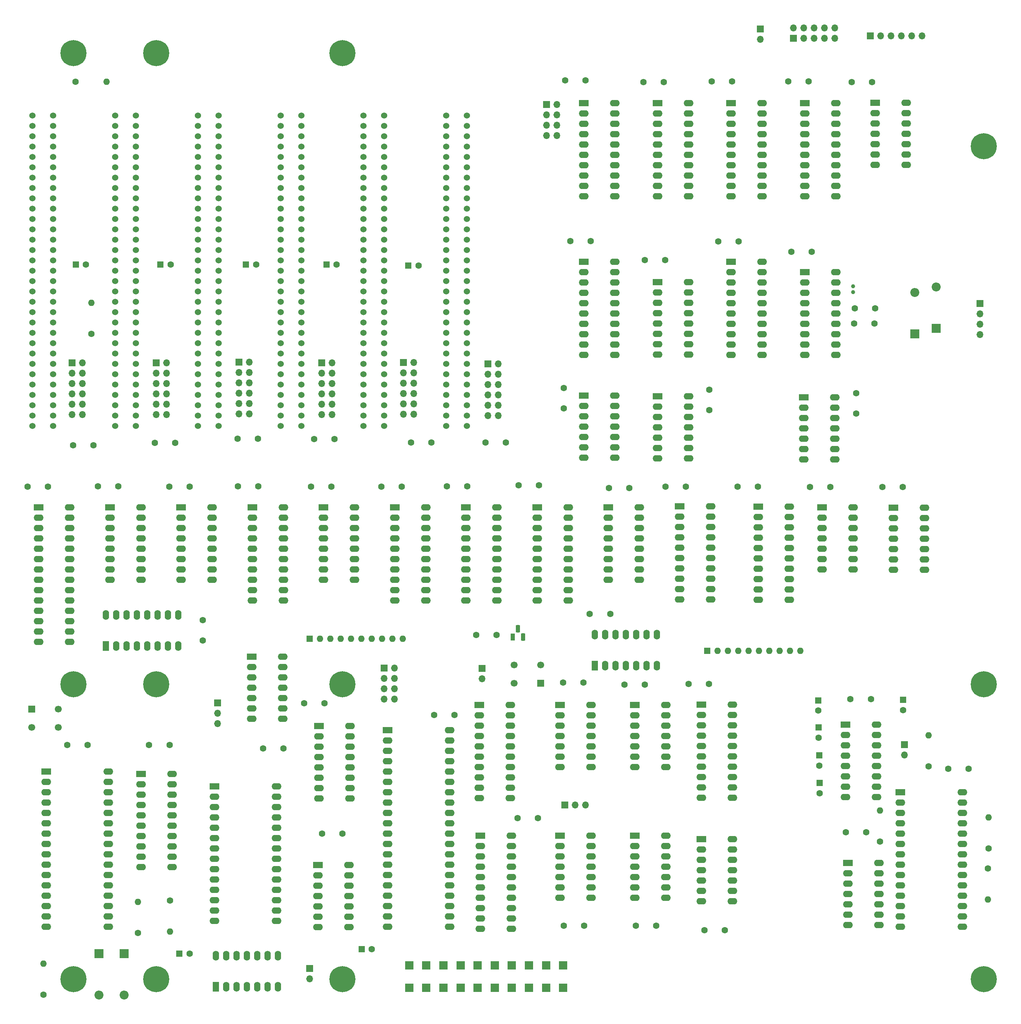
<source format=gbs>
%TF.GenerationSoftware,KiCad,Pcbnew,8.0.6*%
%TF.CreationDate,2025-05-19T16:18:50-05:00*%
%TF.ProjectId,6809PC-6U,36383039-5043-42d3-9655-2e6b69636164,5/17/2025 002*%
%TF.SameCoordinates,Original*%
%TF.FileFunction,Soldermask,Bot*%
%TF.FilePolarity,Negative*%
%FSLAX46Y46*%
G04 Gerber Fmt 4.6, Leading zero omitted, Abs format (unit mm)*
G04 Created by KiCad (PCBNEW 8.0.6) date 2025-05-19 16:18:50*
%MOMM*%
%LPD*%
G01*
G04 APERTURE LIST*
G04 Aperture macros list*
%AMRoundRect*
0 Rectangle with rounded corners*
0 $1 Rounding radius*
0 $2 $3 $4 $5 $6 $7 $8 $9 X,Y pos of 4 corners*
0 Add a 4 corners polygon primitive as box body*
4,1,4,$2,$3,$4,$5,$6,$7,$8,$9,$2,$3,0*
0 Add four circle primitives for the rounded corners*
1,1,$1+$1,$2,$3*
1,1,$1+$1,$4,$5*
1,1,$1+$1,$6,$7*
1,1,$1+$1,$8,$9*
0 Add four rect primitives between the rounded corners*
20,1,$1+$1,$2,$3,$4,$5,0*
20,1,$1+$1,$4,$5,$6,$7,0*
20,1,$1+$1,$6,$7,$8,$9,0*
20,1,$1+$1,$8,$9,$2,$3,0*%
G04 Aperture macros list end*
%ADD10R,1.700000X1.700000*%
%ADD11C,1.700000*%
%ADD12O,1.700000X1.700000*%
%ADD13R,1.600000X1.600000*%
%ADD14O,1.600000X1.600000*%
%ADD15C,1.600000*%
%ADD16R,2.400000X1.600000*%
%ADD17O,2.400000X1.600000*%
%ADD18R,1.600000X2.400000*%
%ADD19O,1.600000X2.400000*%
%ADD20R,2.200000X2.200000*%
%ADD21O,2.200000X2.200000*%
%ADD22C,1.000000*%
%ADD23C,3.600000*%
%ADD24C,6.400000*%
%ADD25R,2.125980X2.125980*%
%ADD26C,1.524000*%
%ADD27R,1.100000X1.800000*%
%ADD28RoundRect,0.275000X-0.275000X-0.625000X0.275000X-0.625000X0.275000X0.625000X-0.275000X0.625000X0*%
G04 APERTURE END LIST*
D10*
%TO.C,SW1*%
X72764200Y-227386200D03*
D11*
X79264200Y-227386200D03*
X72764200Y-231886200D03*
X79264200Y-231886200D03*
%TD*%
D10*
%TO.C,SW2*%
X197668200Y-221042800D03*
D11*
X191168200Y-221042800D03*
X197668200Y-216542800D03*
X191168200Y-216542800D03*
%TD*%
D10*
%TO.C,P16*%
X305577200Y-127806800D03*
D12*
X305577200Y-130346800D03*
X305577200Y-132886800D03*
X305577200Y-135426800D03*
%TD*%
D10*
%TO.C,K2*%
X203606400Y-250952000D03*
D12*
X206146400Y-250952000D03*
X208686400Y-250952000D03*
%TD*%
D10*
%TO.C,K1*%
X118364000Y-225882200D03*
D12*
X118364000Y-228422200D03*
X118364000Y-230962200D03*
%TD*%
D10*
%TO.C,P12*%
X140988600Y-291033600D03*
D12*
X140988600Y-293573600D03*
%TD*%
D10*
%TO.C,JP1*%
X183289800Y-217417400D03*
D12*
X183289800Y-219957400D03*
%TD*%
D10*
%TO.C,JP3*%
X286994600Y-236118400D03*
D12*
X286994600Y-238658400D03*
%TD*%
D13*
%TO.C,RR1*%
X238556800Y-213055200D03*
D14*
X241096800Y-213055200D03*
X243636800Y-213055200D03*
X246176800Y-213055200D03*
X248716800Y-213055200D03*
X251256800Y-213055200D03*
X253796800Y-213055200D03*
X256336800Y-213055200D03*
X258876800Y-213055200D03*
X261416800Y-213055200D03*
%TD*%
D13*
%TO.C,RR2*%
X140970000Y-210108800D03*
D14*
X143510000Y-210108800D03*
X146050000Y-210108800D03*
X148590000Y-210108800D03*
X151130000Y-210108800D03*
X153670000Y-210108800D03*
X156210000Y-210108800D03*
X158750000Y-210108800D03*
X161290000Y-210108800D03*
X163830000Y-210108800D03*
%TD*%
D15*
%TO.C,R6*%
X307695600Y-261645400D03*
D14*
X307695600Y-254025400D03*
%TD*%
D15*
%TO.C,R7*%
X281017400Y-259915000D03*
D14*
X281017400Y-252295000D03*
%TD*%
D15*
%TO.C,R4*%
X292938200Y-241477800D03*
D14*
X292938200Y-233857800D03*
%TD*%
D15*
%TO.C,R1*%
X106654600Y-274396200D03*
D14*
X106654600Y-282016200D03*
%TD*%
D15*
%TO.C,R3*%
X98780600Y-282321000D03*
D14*
X98780600Y-274701000D03*
%TD*%
D15*
%TO.C,R2*%
X75582200Y-297507000D03*
D14*
X75582200Y-289887000D03*
%TD*%
D10*
%TO.C,P18*%
X259715000Y-62687200D03*
D12*
X259715000Y-60147200D03*
X262255000Y-62687200D03*
X262255000Y-60147200D03*
X264795000Y-62687200D03*
X264795000Y-60147200D03*
X267335000Y-62687200D03*
X267335000Y-60147200D03*
X269875000Y-62687200D03*
X269875000Y-60147200D03*
%TD*%
D10*
%TO.C,P15*%
X159220800Y-217312400D03*
D12*
X161760800Y-217312400D03*
X159220800Y-219852400D03*
X161760800Y-219852400D03*
X159220800Y-222392400D03*
X161760800Y-222392400D03*
X159220800Y-224932400D03*
X161760800Y-224932400D03*
%TD*%
D10*
%TO.C,P1*%
X199161400Y-78994000D03*
D12*
X201701400Y-78994000D03*
X199161400Y-81534000D03*
X201701400Y-81534000D03*
X199161400Y-84074000D03*
X201701400Y-84074000D03*
X199161400Y-86614000D03*
X201701400Y-86614000D03*
%TD*%
D16*
%TO.C,U33*%
X160114800Y-232542400D03*
D17*
X160114800Y-235082400D03*
X160114800Y-237622400D03*
X160114800Y-240162400D03*
X160114800Y-242702400D03*
X160114800Y-245242400D03*
X160114800Y-247782400D03*
X160114800Y-250322400D03*
X160114800Y-252862400D03*
X160114800Y-255402400D03*
X160114800Y-257942400D03*
X160114800Y-260482400D03*
X160114800Y-263022400D03*
X160114800Y-265562400D03*
X160114800Y-268102400D03*
X160114800Y-270642400D03*
X160114800Y-273182400D03*
X160114800Y-275722400D03*
X160114800Y-278262400D03*
X160114800Y-280802400D03*
X175354800Y-280802400D03*
X175354800Y-278262400D03*
X175354800Y-275722400D03*
X175354800Y-273182400D03*
X175354800Y-270642400D03*
X175354800Y-268102400D03*
X175354800Y-265562400D03*
X175354800Y-263022400D03*
X175354800Y-260482400D03*
X175354800Y-257942400D03*
X175354800Y-255402400D03*
X175354800Y-252862400D03*
X175354800Y-250322400D03*
X175354800Y-247782400D03*
X175354800Y-245242400D03*
X175354800Y-242702400D03*
X175354800Y-240162400D03*
X175354800Y-237622400D03*
X175354800Y-235082400D03*
X175354800Y-232542400D03*
%TD*%
D16*
%TO.C,U9*%
X117576600Y-246329200D03*
D17*
X117576600Y-248869200D03*
X117576600Y-251409200D03*
X117576600Y-253949200D03*
X117576600Y-256489200D03*
X117576600Y-259029200D03*
X117576600Y-261569200D03*
X117576600Y-264109200D03*
X117576600Y-266649200D03*
X117576600Y-269189200D03*
X117576600Y-271729200D03*
X117576600Y-274269200D03*
X117576600Y-276809200D03*
X117576600Y-279349200D03*
X132816600Y-279349200D03*
X132816600Y-276809200D03*
X132816600Y-274269200D03*
X132816600Y-271729200D03*
X132816600Y-269189200D03*
X132816600Y-266649200D03*
X132816600Y-264109200D03*
X132816600Y-261569200D03*
X132816600Y-259029200D03*
X132816600Y-256489200D03*
X132816600Y-253949200D03*
X132816600Y-251409200D03*
X132816600Y-248869200D03*
X132816600Y-246329200D03*
%TD*%
D16*
%TO.C,U8*%
X76289800Y-242732400D03*
D17*
X76289800Y-245272400D03*
X76289800Y-247812400D03*
X76289800Y-250352400D03*
X76289800Y-252892400D03*
X76289800Y-255432400D03*
X76289800Y-257972400D03*
X76289800Y-260512400D03*
X76289800Y-263052400D03*
X76289800Y-265592400D03*
X76289800Y-268132400D03*
X76289800Y-270672400D03*
X76289800Y-273212400D03*
X76289800Y-275752400D03*
X76289800Y-278292400D03*
X76289800Y-280832400D03*
X91529800Y-280832400D03*
X91529800Y-278292400D03*
X91529800Y-275752400D03*
X91529800Y-273212400D03*
X91529800Y-270672400D03*
X91529800Y-268132400D03*
X91529800Y-265592400D03*
X91529800Y-263052400D03*
X91529800Y-260512400D03*
X91529800Y-257972400D03*
X91529800Y-255432400D03*
X91529800Y-252892400D03*
X91529800Y-250352400D03*
X91529800Y-247812400D03*
X91529800Y-245272400D03*
X91529800Y-242732400D03*
%TD*%
D16*
%TO.C,U48*%
X285971800Y-247782400D03*
D17*
X285971800Y-250322400D03*
X285971800Y-252862400D03*
X285971800Y-255402400D03*
X285971800Y-257942400D03*
X285971800Y-260482400D03*
X285971800Y-263022400D03*
X285971800Y-265562400D03*
X285971800Y-268102400D03*
X285971800Y-270642400D03*
X285971800Y-273182400D03*
X285971800Y-275722400D03*
X285971800Y-278262400D03*
X285971800Y-280802400D03*
X301211800Y-280802400D03*
X301211800Y-278262400D03*
X301211800Y-275722400D03*
X301211800Y-273182400D03*
X301211800Y-270642400D03*
X301211800Y-268102400D03*
X301211800Y-265562400D03*
X301211800Y-263022400D03*
X301211800Y-260482400D03*
X301211800Y-257942400D03*
X301211800Y-255402400D03*
X301211800Y-252862400D03*
X301211800Y-250322400D03*
X301211800Y-247782400D03*
%TD*%
D16*
%TO.C,U40*%
X74447400Y-177850800D03*
D17*
X74447400Y-180390800D03*
X74447400Y-182930800D03*
X74447400Y-185470800D03*
X74447400Y-188010800D03*
X74447400Y-190550800D03*
X74447400Y-193090800D03*
X74447400Y-195630800D03*
X74447400Y-198170800D03*
X74447400Y-200710800D03*
X74447400Y-203250800D03*
X74447400Y-205790800D03*
X74447400Y-208330800D03*
X74447400Y-210870800D03*
X82067400Y-210870800D03*
X82067400Y-208330800D03*
X82067400Y-205790800D03*
X82067400Y-203250800D03*
X82067400Y-200710800D03*
X82067400Y-198170800D03*
X82067400Y-195630800D03*
X82067400Y-193090800D03*
X82067400Y-190550800D03*
X82067400Y-188010800D03*
X82067400Y-185470800D03*
X82067400Y-182930800D03*
X82067400Y-180390800D03*
X82067400Y-177850800D03*
%TD*%
D16*
%TO.C,U38*%
X196840500Y-177850800D03*
D17*
X196840500Y-180390800D03*
X196840500Y-182930800D03*
X196840500Y-185470800D03*
X196840500Y-188010800D03*
X196840500Y-190550800D03*
X196840500Y-193090800D03*
X196840500Y-195630800D03*
X196840500Y-198170800D03*
X196840500Y-200710800D03*
X204460500Y-200710800D03*
X204460500Y-198170800D03*
X204460500Y-195630800D03*
X204460500Y-193090800D03*
X204460500Y-190550800D03*
X204460500Y-188010800D03*
X204460500Y-185470800D03*
X204460500Y-182930800D03*
X204460500Y-180390800D03*
X204460500Y-177850800D03*
%TD*%
D16*
%TO.C,U46*%
X182651400Y-226364800D03*
D17*
X182651400Y-228904800D03*
X182651400Y-231444800D03*
X182651400Y-233984800D03*
X182651400Y-236524800D03*
X182651400Y-239064800D03*
X182651400Y-241604800D03*
X182651400Y-244144800D03*
X182651400Y-246684800D03*
X182651400Y-249224800D03*
X190271400Y-249224800D03*
X190271400Y-246684800D03*
X190271400Y-244144800D03*
X190271400Y-241604800D03*
X190271400Y-239064800D03*
X190271400Y-236524800D03*
X190271400Y-233984800D03*
X190271400Y-231444800D03*
X190271400Y-228904800D03*
X190271400Y-226364800D03*
%TD*%
D16*
%TO.C,U31*%
X251129800Y-177673000D03*
D17*
X251129800Y-180213000D03*
X251129800Y-182753000D03*
X251129800Y-185293000D03*
X251129800Y-187833000D03*
X251129800Y-190373000D03*
X251129800Y-192913000D03*
X251129800Y-195453000D03*
X251129800Y-197993000D03*
X251129800Y-200533000D03*
X258749800Y-200533000D03*
X258749800Y-197993000D03*
X258749800Y-195453000D03*
X258749800Y-192913000D03*
X258749800Y-190373000D03*
X258749800Y-187833000D03*
X258749800Y-185293000D03*
X258749800Y-182753000D03*
X258749800Y-180213000D03*
X258749800Y-177673000D03*
%TD*%
D16*
%TO.C,U39*%
X161871000Y-177850800D03*
D17*
X161871000Y-180390800D03*
X161871000Y-182930800D03*
X161871000Y-185470800D03*
X161871000Y-188010800D03*
X161871000Y-190550800D03*
X161871000Y-193090800D03*
X161871000Y-195630800D03*
X161871000Y-198170800D03*
X161871000Y-200710800D03*
X169491000Y-200710800D03*
X169491000Y-198170800D03*
X169491000Y-195630800D03*
X169491000Y-193090800D03*
X169491000Y-190550800D03*
X169491000Y-188010800D03*
X169491000Y-185470800D03*
X169491000Y-182930800D03*
X169491000Y-180390800D03*
X169491000Y-177850800D03*
%TD*%
D16*
%TO.C,U28*%
X244471300Y-78657800D03*
D17*
X244471300Y-81197800D03*
X244471300Y-83737800D03*
X244471300Y-86277800D03*
X244471300Y-88817800D03*
X244471300Y-91357800D03*
X244471300Y-93897800D03*
X244471300Y-96437800D03*
X244471300Y-98977800D03*
X244471300Y-101517800D03*
X252091300Y-101517800D03*
X252091300Y-98977800D03*
X252091300Y-96437800D03*
X252091300Y-93897800D03*
X252091300Y-91357800D03*
X252091300Y-88817800D03*
X252091300Y-86277800D03*
X252091300Y-83737800D03*
X252091300Y-81197800D03*
X252091300Y-78657800D03*
%TD*%
D16*
%TO.C,U3*%
X262575000Y-78657800D03*
D17*
X262575000Y-81197800D03*
X262575000Y-83737800D03*
X262575000Y-86277800D03*
X262575000Y-88817800D03*
X262575000Y-91357800D03*
X262575000Y-93897800D03*
X262575000Y-96437800D03*
X262575000Y-98977800D03*
X262575000Y-101517800D03*
X270195000Y-101517800D03*
X270195000Y-98977800D03*
X270195000Y-96437800D03*
X270195000Y-93897800D03*
X270195000Y-91357800D03*
X270195000Y-88817800D03*
X270195000Y-86277800D03*
X270195000Y-83737800D03*
X270195000Y-81197800D03*
X270195000Y-78657800D03*
%TD*%
D16*
%TO.C,U36*%
X179355800Y-177850800D03*
D17*
X179355800Y-180390800D03*
X179355800Y-182930800D03*
X179355800Y-185470800D03*
X179355800Y-188010800D03*
X179355800Y-190550800D03*
X179355800Y-193090800D03*
X179355800Y-195630800D03*
X179355800Y-198170800D03*
X179355800Y-200710800D03*
X186975800Y-200710800D03*
X186975800Y-198170800D03*
X186975800Y-195630800D03*
X186975800Y-193090800D03*
X186975800Y-190550800D03*
X186975800Y-188010800D03*
X186975800Y-185470800D03*
X186975800Y-182930800D03*
X186975800Y-180390800D03*
X186975800Y-177850800D03*
%TD*%
D16*
%TO.C,U34*%
X231825800Y-177647600D03*
D17*
X231825800Y-180187600D03*
X231825800Y-182727600D03*
X231825800Y-185267600D03*
X231825800Y-187807600D03*
X231825800Y-190347600D03*
X231825800Y-192887600D03*
X231825800Y-195427600D03*
X231825800Y-197967600D03*
X231825800Y-200507600D03*
X239445800Y-200507600D03*
X239445800Y-197967600D03*
X239445800Y-195427600D03*
X239445800Y-192887600D03*
X239445800Y-190347600D03*
X239445800Y-187807600D03*
X239445800Y-185267600D03*
X239445800Y-182727600D03*
X239445800Y-180187600D03*
X239445800Y-177647600D03*
%TD*%
D16*
%TO.C,U41*%
X126901600Y-177850800D03*
D17*
X126901600Y-180390800D03*
X126901600Y-182930800D03*
X126901600Y-185470800D03*
X126901600Y-188010800D03*
X126901600Y-190550800D03*
X126901600Y-193090800D03*
X126901600Y-195630800D03*
X126901600Y-198170800D03*
X126901600Y-200710800D03*
X134521600Y-200710800D03*
X134521600Y-198170800D03*
X134521600Y-195630800D03*
X134521600Y-193090800D03*
X134521600Y-190550800D03*
X134521600Y-188010800D03*
X134521600Y-185470800D03*
X134521600Y-182930800D03*
X134521600Y-180390800D03*
X134521600Y-177850800D03*
%TD*%
D16*
%TO.C,U30*%
X143256000Y-231521000D03*
D17*
X143256000Y-234061000D03*
X143256000Y-236601000D03*
X143256000Y-239141000D03*
X143256000Y-241681000D03*
X143256000Y-244221000D03*
X143256000Y-246761000D03*
X143256000Y-249301000D03*
X150876000Y-249301000D03*
X150876000Y-246761000D03*
X150876000Y-244221000D03*
X150876000Y-241681000D03*
X150876000Y-239141000D03*
X150876000Y-236601000D03*
X150876000Y-234061000D03*
X150876000Y-231521000D03*
%TD*%
D16*
%TO.C,U49*%
X272509800Y-231196200D03*
D17*
X272509800Y-233736200D03*
X272509800Y-236276200D03*
X272509800Y-238816200D03*
X272509800Y-241356200D03*
X272509800Y-243896200D03*
X272509800Y-246436200D03*
X272509800Y-248976200D03*
X280129800Y-248976200D03*
X280129800Y-246436200D03*
X280129800Y-243896200D03*
X280129800Y-241356200D03*
X280129800Y-238816200D03*
X280129800Y-236276200D03*
X280129800Y-233736200D03*
X280129800Y-231196200D03*
%TD*%
D16*
%TO.C,U42*%
X214325200Y-177850800D03*
D17*
X214325200Y-180390800D03*
X214325200Y-182930800D03*
X214325200Y-185470800D03*
X214325200Y-188010800D03*
X214325200Y-190550800D03*
X214325200Y-193090800D03*
X214325200Y-195630800D03*
X221945200Y-195630800D03*
X221945200Y-193090800D03*
X221945200Y-190550800D03*
X221945200Y-188010800D03*
X221945200Y-185470800D03*
X221945200Y-182930800D03*
X221945200Y-180390800D03*
X221945200Y-177850800D03*
%TD*%
D16*
%TO.C,P17*%
X273138800Y-265146200D03*
D17*
X273138800Y-267686200D03*
X273138800Y-270226200D03*
X273138800Y-272766200D03*
X273138800Y-275306200D03*
X273138800Y-277846200D03*
X273138800Y-280386200D03*
X280758800Y-280386200D03*
X280758800Y-277846200D03*
X280758800Y-275306200D03*
X280758800Y-272766200D03*
X280758800Y-270226200D03*
X280758800Y-267686200D03*
X280758800Y-265146200D03*
%TD*%
D18*
%TO.C,U19*%
X117950800Y-295534400D03*
D19*
X120490800Y-295534400D03*
X123030800Y-295534400D03*
X125570800Y-295534400D03*
X128110800Y-295534400D03*
X130650800Y-295534400D03*
X133190800Y-295534400D03*
X133190800Y-287914400D03*
X130650800Y-287914400D03*
X128110800Y-287914400D03*
X125570800Y-287914400D03*
X123030800Y-287914400D03*
X120490800Y-287914400D03*
X117950800Y-287914400D03*
%TD*%
D16*
%TO.C,P14*%
X142969800Y-265689400D03*
D17*
X142969800Y-268229400D03*
X142969800Y-270769400D03*
X142969800Y-273309400D03*
X142969800Y-275849400D03*
X142969800Y-278389400D03*
X142969800Y-280929400D03*
X150589800Y-280929400D03*
X150589800Y-278389400D03*
X150589800Y-275849400D03*
X150589800Y-273309400D03*
X150589800Y-270769400D03*
X150589800Y-268229400D03*
X150589800Y-265689400D03*
%TD*%
D18*
%TO.C,U7*%
X210972400Y-216763600D03*
D19*
X213512400Y-216763600D03*
X216052400Y-216763600D03*
X218592400Y-216763600D03*
X221132400Y-216763600D03*
X223672400Y-216763600D03*
X226212400Y-216763600D03*
X226212400Y-209143600D03*
X223672400Y-209143600D03*
X221132400Y-209143600D03*
X218592400Y-209143600D03*
X216052400Y-209143600D03*
X213512400Y-209143600D03*
X210972400Y-209143600D03*
%TD*%
D20*
%TO.C,D2*%
X89197800Y-287453400D03*
D21*
X89197800Y-297613400D03*
%TD*%
D20*
%TO.C,D1*%
X95395400Y-287453400D03*
D21*
X95395400Y-297613400D03*
%TD*%
D15*
%TO.C,C29*%
X123259400Y-160990600D03*
X128259400Y-160990600D03*
%TD*%
%TO.C,C46*%
X102934600Y-162030600D03*
X107934600Y-162030600D03*
%TD*%
%TO.C,C44*%
X123342400Y-172694600D03*
X128342400Y-172694600D03*
%TD*%
%TO.C,C42*%
X237925600Y-281686000D03*
X242925600Y-281686000D03*
%TD*%
%TO.C,C39*%
X241303800Y-112598200D03*
X246303800Y-112598200D03*
%TD*%
%TO.C,C36*%
X272636800Y-257612200D03*
X277636800Y-257612200D03*
%TD*%
%TO.C,C25*%
X246053600Y-172770800D03*
X251053600Y-172770800D03*
%TD*%
%TO.C,C48*%
X82868600Y-162589400D03*
X87868600Y-162589400D03*
%TD*%
%TO.C,C50*%
X192281800Y-172466000D03*
X197281800Y-172466000D03*
%TD*%
%TO.C,C52*%
X203229200Y-220853000D03*
X208229200Y-220853000D03*
%TD*%
%TO.C,C54*%
X106506000Y-172796200D03*
X111506000Y-172796200D03*
%TD*%
%TO.C,C62*%
X141274800Y-172796200D03*
X146274800Y-172796200D03*
%TD*%
%TO.C,C58*%
X144031800Y-257966400D03*
X149031800Y-257966400D03*
%TD*%
%TO.C,C24*%
X259236200Y-115112800D03*
X264236200Y-115112800D03*
%TD*%
%TO.C,C23*%
X209757000Y-204063600D03*
X214757000Y-204063600D03*
%TD*%
%TO.C,C27*%
X297768000Y-242087400D03*
X302768000Y-242087400D03*
%TD*%
%TO.C,C19*%
X158550600Y-172796200D03*
X163550600Y-172796200D03*
%TD*%
%TO.C,C31*%
X101553000Y-236194600D03*
X106553000Y-236194600D03*
%TD*%
%TO.C,C38*%
X89005400Y-172745400D03*
X94005400Y-172745400D03*
%TD*%
%TO.C,C15*%
X192002400Y-254127000D03*
X197002400Y-254127000D03*
%TD*%
%TO.C,C11*%
X218266000Y-221361000D03*
X223266000Y-221361000D03*
%TD*%
%TO.C,C7*%
X275183600Y-149863800D03*
X275183600Y-154863800D03*
%TD*%
%TO.C,C20*%
X258474200Y-73304400D03*
X263474200Y-73304400D03*
%TD*%
%TO.C,C16*%
X228349800Y-172821600D03*
X233349800Y-172821600D03*
%TD*%
%TO.C,C12*%
X214430600Y-173126400D03*
X219430600Y-173126400D03*
%TD*%
%TO.C,C8*%
X205007200Y-112547400D03*
X210007200Y-112547400D03*
%TD*%
%TO.C,C5*%
X174628800Y-172694600D03*
X179628800Y-172694600D03*
%TD*%
%TO.C,C9*%
X221081600Y-280593800D03*
X226081600Y-280593800D03*
%TD*%
%TO.C,C13*%
X114757200Y-210591400D03*
X114757200Y-205591400D03*
%TD*%
%TO.C,C21*%
X165825000Y-161929000D03*
X170825000Y-161929000D03*
%TD*%
D13*
%TO.C,C61*%
X265970400Y-231920600D03*
D15*
X265970400Y-234420600D03*
%TD*%
D13*
%TO.C,C65*%
X266217400Y-245530500D03*
D15*
X266217400Y-248030500D03*
%TD*%
D13*
%TO.C,C35*%
X109006000Y-287426400D03*
D15*
X111506000Y-287426400D03*
%TD*%
D13*
%TO.C,C2*%
X83523000Y-118267800D03*
D15*
X86023000Y-118267800D03*
%TD*%
D13*
%TO.C,C3*%
X125310000Y-118267800D03*
D15*
X127810000Y-118267800D03*
%TD*%
D13*
%TO.C,C28*%
X153739400Y-286365000D03*
D15*
X156239400Y-286365000D03*
%TD*%
D13*
%TO.C,C63*%
X266065000Y-238760000D03*
D15*
X266065000Y-241260000D03*
%TD*%
D13*
%TO.C,C4*%
X104329600Y-118267800D03*
D15*
X106829600Y-118267800D03*
%TD*%
D13*
%TO.C,C1*%
X145103400Y-118267800D03*
D15*
X147603400Y-118267800D03*
%TD*%
D13*
%TO.C,C64*%
X265887200Y-225247200D03*
D15*
X265887200Y-227747200D03*
%TD*%
D13*
%TO.C,C66*%
X286715200Y-225145600D03*
D15*
X286715200Y-227645600D03*
%TD*%
D22*
%TO.C,X1*%
X274411400Y-125063600D03*
X274411400Y-123563600D03*
%TD*%
D23*
%TO.C,P6*%
X149040400Y-66372400D03*
D24*
X149040400Y-66372400D03*
%TD*%
D23*
%TO.C,P5*%
X83000400Y-293702400D03*
D24*
X83000400Y-293702400D03*
%TD*%
D23*
%TO.C,P3*%
X103320400Y-293702400D03*
D24*
X103320400Y-293702400D03*
%TD*%
D23*
%TO.C,P2*%
X103320400Y-66372400D03*
D24*
X103320400Y-66372400D03*
%TD*%
D23*
%TO.C,P7*%
X83000400Y-66372400D03*
D24*
X83000400Y-66372400D03*
%TD*%
D25*
%TO.C,P11*%
X203221100Y-295829020D03*
X203221100Y-290327380D03*
X199019940Y-295829020D03*
X199019940Y-290327380D03*
X194821320Y-295829020D03*
X194821320Y-290327380D03*
X190620160Y-295829020D03*
X190620160Y-290327380D03*
X186421540Y-295829020D03*
X186421540Y-290327380D03*
X182220380Y-295829020D03*
X182220380Y-290327380D03*
X178021760Y-295829020D03*
X178021760Y-290327380D03*
X173820600Y-295829020D03*
X173820600Y-290327380D03*
X169621980Y-295829020D03*
X169621980Y-290327380D03*
X165420820Y-295829020D03*
X165420820Y-290327380D03*
%TD*%
D15*
%TO.C,C37*%
X239652800Y-73304400D03*
X244652800Y-73304400D03*
%TD*%
%TO.C,C6*%
X281588200Y-172872400D03*
X286588200Y-172872400D03*
%TD*%
%TO.C,C10*%
X203686400Y-73050400D03*
X208686400Y-73050400D03*
%TD*%
%TO.C,C14*%
X203352400Y-280593800D03*
X208352400Y-280593800D03*
%TD*%
%TO.C,C18*%
X223244400Y-117195600D03*
X228244400Y-117195600D03*
%TD*%
%TO.C,C22*%
X71708000Y-172770800D03*
X76708000Y-172770800D03*
%TD*%
%TO.C,C26*%
X274035800Y-73455400D03*
X279035800Y-73455400D03*
%TD*%
%TO.C,C30*%
X263808200Y-172847000D03*
X268808200Y-172847000D03*
%TD*%
%TO.C,C33*%
X81454800Y-236225400D03*
X86454800Y-236225400D03*
%TD*%
%TO.C,C40*%
X222888800Y-73507600D03*
X227888800Y-73507600D03*
%TD*%
%TO.C,C43*%
X142050600Y-161116200D03*
X147050600Y-161116200D03*
%TD*%
%TO.C,C45*%
X139620800Y-225938400D03*
X144620800Y-225938400D03*
%TD*%
%TO.C,C47*%
X171555400Y-228854000D03*
X176555400Y-228854000D03*
%TD*%
%TO.C,C49*%
X233988600Y-221234000D03*
X238988600Y-221234000D03*
%TD*%
%TO.C,C51*%
X239090200Y-148974800D03*
X239090200Y-153974800D03*
%TD*%
%TO.C,C53*%
X203352400Y-148539200D03*
X203352400Y-153539200D03*
%TD*%
D16*
%TO.C,U45*%
X99568000Y-243332000D03*
D17*
X99568000Y-245872000D03*
X99568000Y-248412000D03*
X99568000Y-250952000D03*
X99568000Y-253492000D03*
X99568000Y-256032000D03*
X99568000Y-258572000D03*
X99568000Y-261112000D03*
X99568000Y-263652000D03*
X99568000Y-266192000D03*
X107188000Y-266192000D03*
X107188000Y-263652000D03*
X107188000Y-261112000D03*
X107188000Y-258572000D03*
X107188000Y-256032000D03*
X107188000Y-253492000D03*
X107188000Y-250952000D03*
X107188000Y-248412000D03*
X107188000Y-245872000D03*
X107188000Y-243332000D03*
%TD*%
D16*
%TO.C,U26*%
X208263800Y-117560600D03*
D17*
X208263800Y-120100600D03*
X208263800Y-122640600D03*
X208263800Y-125180600D03*
X208263800Y-127720600D03*
X208263800Y-130260600D03*
X208263800Y-132800600D03*
X208263800Y-135340600D03*
X208263800Y-137880600D03*
X208263800Y-140420600D03*
X215883800Y-140420600D03*
X215883800Y-137880600D03*
X215883800Y-135340600D03*
X215883800Y-132800600D03*
X215883800Y-130260600D03*
X215883800Y-127720600D03*
X215883800Y-125180600D03*
X215883800Y-122640600D03*
X215883800Y-120100600D03*
X215883800Y-117560600D03*
%TD*%
D16*
%TO.C,U2*%
X226367500Y-78657800D03*
D17*
X226367500Y-81197800D03*
X226367500Y-83737800D03*
X226367500Y-86277800D03*
X226367500Y-88817800D03*
X226367500Y-91357800D03*
X226367500Y-93897800D03*
X226367500Y-96437800D03*
X226367500Y-98977800D03*
X226367500Y-101517800D03*
X233987500Y-101517800D03*
X233987500Y-98977800D03*
X233987500Y-96437800D03*
X233987500Y-93897800D03*
X233987500Y-91357800D03*
X233987500Y-88817800D03*
X233987500Y-86277800D03*
X233987500Y-83737800D03*
X233987500Y-81197800D03*
X233987500Y-78657800D03*
%TD*%
D16*
%TO.C,U25*%
X208263800Y-78657800D03*
D17*
X208263800Y-81197800D03*
X208263800Y-83737800D03*
X208263800Y-86277800D03*
X208263800Y-88817800D03*
X208263800Y-91357800D03*
X208263800Y-93897800D03*
X208263800Y-96437800D03*
X208263800Y-98977800D03*
X208263800Y-101517800D03*
X215883800Y-101517800D03*
X215883800Y-98977800D03*
X215883800Y-96437800D03*
X215883800Y-93897800D03*
X215883800Y-91357800D03*
X215883800Y-88817800D03*
X215883800Y-86277800D03*
X215883800Y-83737800D03*
X215883800Y-81197800D03*
X215883800Y-78657800D03*
%TD*%
D16*
%TO.C,U27*%
X244471300Y-117560600D03*
D17*
X244471300Y-120100600D03*
X244471300Y-122640600D03*
X244471300Y-125180600D03*
X244471300Y-127720600D03*
X244471300Y-130260600D03*
X244471300Y-132800600D03*
X244471300Y-135340600D03*
X244471300Y-137880600D03*
X244471300Y-140420600D03*
X252091300Y-140420600D03*
X252091300Y-137880600D03*
X252091300Y-135340600D03*
X252091300Y-132800600D03*
X252091300Y-130260600D03*
X252091300Y-127720600D03*
X252091300Y-125180600D03*
X252091300Y-122640600D03*
X252091300Y-120100600D03*
X252091300Y-117560600D03*
%TD*%
D16*
%TO.C,U4*%
X220802200Y-258470400D03*
D17*
X220802200Y-261010400D03*
X220802200Y-263550400D03*
X220802200Y-266090400D03*
X220802200Y-268630400D03*
X220802200Y-271170400D03*
X220802200Y-273710400D03*
X228422200Y-273710400D03*
X228422200Y-271170400D03*
X228422200Y-268630400D03*
X228422200Y-266090400D03*
X228422200Y-263550400D03*
X228422200Y-261010400D03*
X228422200Y-258470400D03*
%TD*%
D16*
%TO.C,U6*%
X284302200Y-177977800D03*
D17*
X284302200Y-180517800D03*
X284302200Y-183057800D03*
X284302200Y-185597800D03*
X284302200Y-188137800D03*
X284302200Y-190677800D03*
X284302200Y-193217800D03*
X291922200Y-193217800D03*
X291922200Y-190677800D03*
X291922200Y-188137800D03*
X291922200Y-185597800D03*
X291922200Y-183057800D03*
X291922200Y-180517800D03*
X291922200Y-177977800D03*
%TD*%
D16*
%TO.C,U5*%
X202463400Y-226364800D03*
D17*
X202463400Y-228904800D03*
X202463400Y-231444800D03*
X202463400Y-233984800D03*
X202463400Y-236524800D03*
X202463400Y-239064800D03*
X202463400Y-241604800D03*
X210083400Y-241604800D03*
X210083400Y-239064800D03*
X210083400Y-236524800D03*
X210083400Y-233984800D03*
X210083400Y-231444800D03*
X210083400Y-228904800D03*
X210083400Y-226364800D03*
%TD*%
D16*
%TO.C,U44*%
X109416900Y-177850800D03*
D17*
X109416900Y-180390800D03*
X109416900Y-182930800D03*
X109416900Y-185470800D03*
X109416900Y-188010800D03*
X109416900Y-190550800D03*
X109416900Y-193090800D03*
X109416900Y-195630800D03*
X117036900Y-195630800D03*
X117036900Y-193090800D03*
X117036900Y-190550800D03*
X117036900Y-188010800D03*
X117036900Y-185470800D03*
X117036900Y-182930800D03*
X117036900Y-180390800D03*
X117036900Y-177850800D03*
%TD*%
D18*
%TO.C,U37*%
X90957400Y-211912200D03*
D19*
X93497400Y-211912200D03*
X96037400Y-211912200D03*
X98577400Y-211912200D03*
X101117400Y-211912200D03*
X103657400Y-211912200D03*
X106197400Y-211912200D03*
X108737400Y-211912200D03*
X108737400Y-204292200D03*
X106197400Y-204292200D03*
X103657400Y-204292200D03*
X101117400Y-204292200D03*
X98577400Y-204292200D03*
X96037400Y-204292200D03*
X93497400Y-204292200D03*
X90957400Y-204292200D03*
%TD*%
D16*
%TO.C,U43*%
X91932100Y-177850800D03*
D17*
X91932100Y-180390800D03*
X91932100Y-182930800D03*
X91932100Y-185470800D03*
X91932100Y-188010800D03*
X91932100Y-190550800D03*
X91932100Y-193090800D03*
X91932100Y-195630800D03*
X99552100Y-195630800D03*
X99552100Y-193090800D03*
X99552100Y-190550800D03*
X99552100Y-188010800D03*
X99552100Y-185470800D03*
X99552100Y-182930800D03*
X99552100Y-180390800D03*
X99552100Y-177850800D03*
%TD*%
D16*
%TO.C,U35*%
X144386300Y-177850800D03*
D17*
X144386300Y-180390800D03*
X144386300Y-182930800D03*
X144386300Y-185470800D03*
X144386300Y-188010800D03*
X144386300Y-190550800D03*
X144386300Y-193090800D03*
X144386300Y-195630800D03*
X152006300Y-195630800D03*
X152006300Y-193090800D03*
X152006300Y-190550800D03*
X152006300Y-188010800D03*
X152006300Y-185470800D03*
X152006300Y-182930800D03*
X152006300Y-180390800D03*
X152006300Y-177850800D03*
%TD*%
D15*
%TO.C,R5*%
X307493800Y-266556200D03*
D14*
X307493800Y-274176200D03*
%TD*%
D15*
%TO.C,C41*%
X273765000Y-224917000D03*
X278765000Y-224917000D03*
%TD*%
%TO.C,C32*%
X184175400Y-161950400D03*
X189175400Y-161950400D03*
%TD*%
D23*
%TO.C,P21*%
X306520400Y-89232400D03*
D24*
X306520400Y-89232400D03*
%TD*%
D16*
%TO.C,U47*%
X262575000Y-120110600D03*
D17*
X262575000Y-122650600D03*
X262575000Y-125190600D03*
X262575000Y-127730600D03*
X262575000Y-130270600D03*
X262575000Y-132810600D03*
X262575000Y-135350600D03*
X262575000Y-137890600D03*
X262575000Y-140430600D03*
X270195000Y-140430600D03*
X270195000Y-137890600D03*
X270195000Y-135350600D03*
X270195000Y-132810600D03*
X270195000Y-130270600D03*
X270195000Y-127730600D03*
X270195000Y-125190600D03*
X270195000Y-122650600D03*
X270195000Y-120110600D03*
%TD*%
D16*
%TO.C,U32*%
X182905400Y-258470400D03*
D17*
X182905400Y-261010400D03*
X182905400Y-263550400D03*
X182905400Y-266090400D03*
X182905400Y-268630400D03*
X182905400Y-271170400D03*
X182905400Y-273710400D03*
X182905400Y-276250400D03*
X182905400Y-278790400D03*
X182905400Y-281330400D03*
X190525400Y-281330400D03*
X190525400Y-278790400D03*
X190525400Y-276250400D03*
X190525400Y-273710400D03*
X190525400Y-271170400D03*
X190525400Y-268630400D03*
X190525400Y-266090400D03*
X190525400Y-263550400D03*
X190525400Y-261010400D03*
X190525400Y-258470400D03*
%TD*%
D26*
%TO.C,J14*%
X174465800Y-81666400D03*
X174465800Y-84206400D03*
X174465800Y-86746400D03*
X174465800Y-89286400D03*
X174465800Y-91826400D03*
X174465800Y-94366400D03*
X174465800Y-96906400D03*
X174465800Y-99446400D03*
X174465800Y-101986400D03*
X174465800Y-104526400D03*
X174465800Y-107066400D03*
X174465800Y-109606400D03*
X174465800Y-112146400D03*
X174465800Y-114686400D03*
X174465800Y-117226400D03*
X174465800Y-119766400D03*
X174465800Y-122306400D03*
X174465800Y-124846400D03*
X174465800Y-127386400D03*
X174465800Y-129926400D03*
X174465800Y-132466400D03*
X174465800Y-135006400D03*
X174465800Y-137546400D03*
X174465800Y-140086400D03*
X174465800Y-142626400D03*
X174465800Y-145166400D03*
X174465800Y-147706400D03*
X174465800Y-150246400D03*
X174465800Y-152786400D03*
X174465800Y-155326400D03*
X174465800Y-157866400D03*
X179545800Y-81666400D03*
X179545800Y-84206400D03*
X179545800Y-86746400D03*
X179545800Y-89286400D03*
X179545800Y-91826400D03*
X179545800Y-94366400D03*
X179545800Y-96906400D03*
X179545800Y-99446400D03*
X179545800Y-101986400D03*
X179545800Y-104526400D03*
X179545800Y-107066400D03*
X179545800Y-109606400D03*
X179545800Y-112146400D03*
X179545800Y-114686400D03*
X179545800Y-117226400D03*
X179545800Y-119766400D03*
X179545800Y-122306400D03*
X179545800Y-124846400D03*
X179545800Y-127386400D03*
X179545800Y-129926400D03*
X179545800Y-132466400D03*
X179545800Y-135006400D03*
X179545800Y-137546400D03*
X179545800Y-140086400D03*
X179545800Y-142626400D03*
X179545800Y-145166400D03*
X179545800Y-147706400D03*
X179545800Y-150246400D03*
X179545800Y-152786400D03*
X179545800Y-155326400D03*
X179545800Y-157866400D03*
%TD*%
D10*
%TO.C,J2*%
X103308800Y-142372400D03*
D12*
X105848800Y-142372400D03*
X103308800Y-144912400D03*
X105848800Y-144912400D03*
X103308800Y-147452400D03*
X105848800Y-147452400D03*
X103308800Y-149992400D03*
X105848800Y-149992400D03*
X103308800Y-152532400D03*
X105848800Y-152532400D03*
X103308800Y-155072400D03*
X105848800Y-155072400D03*
%TD*%
D26*
%TO.C,J10*%
X154145800Y-81666400D03*
X154145800Y-84206400D03*
X154145800Y-86746400D03*
X154145800Y-89286400D03*
X154145800Y-91826400D03*
X154145800Y-94366400D03*
X154145800Y-96906400D03*
X154145800Y-99446400D03*
X154145800Y-101986400D03*
X154145800Y-104526400D03*
X154145800Y-107066400D03*
X154145800Y-109606400D03*
X154145800Y-112146400D03*
X154145800Y-114686400D03*
X154145800Y-117226400D03*
X154145800Y-119766400D03*
X154145800Y-122306400D03*
X154145800Y-124846400D03*
X154145800Y-127386400D03*
X154145800Y-129926400D03*
X154145800Y-132466400D03*
X154145800Y-135006400D03*
X154145800Y-137546400D03*
X154145800Y-140086400D03*
X154145800Y-142626400D03*
X154145800Y-145166400D03*
X154145800Y-147706400D03*
X154145800Y-150246400D03*
X154145800Y-152786400D03*
X154145800Y-155326400D03*
X154145800Y-157866400D03*
X159225800Y-81666400D03*
X159225800Y-84206400D03*
X159225800Y-86746400D03*
X159225800Y-89286400D03*
X159225800Y-91826400D03*
X159225800Y-94366400D03*
X159225800Y-96906400D03*
X159225800Y-99446400D03*
X159225800Y-101986400D03*
X159225800Y-104526400D03*
X159225800Y-107066400D03*
X159225800Y-109606400D03*
X159225800Y-112146400D03*
X159225800Y-114686400D03*
X159225800Y-117226400D03*
X159225800Y-119766400D03*
X159225800Y-122306400D03*
X159225800Y-124846400D03*
X159225800Y-127386400D03*
X159225800Y-129926400D03*
X159225800Y-132466400D03*
X159225800Y-135006400D03*
X159225800Y-137546400D03*
X159225800Y-140086400D03*
X159225800Y-142626400D03*
X159225800Y-145166400D03*
X159225800Y-147706400D03*
X159225800Y-150246400D03*
X159225800Y-152786400D03*
X159225800Y-155326400D03*
X159225800Y-157866400D03*
%TD*%
D16*
%TO.C,P13*%
X208263800Y-150453800D03*
D17*
X208263800Y-152993800D03*
X208263800Y-155533800D03*
X208263800Y-158073800D03*
X208263800Y-160613800D03*
X208263800Y-163153800D03*
X208263800Y-165693800D03*
X215883800Y-165693800D03*
X215883800Y-163153800D03*
X215883800Y-160613800D03*
X215883800Y-158073800D03*
X215883800Y-155533800D03*
X215883800Y-152993800D03*
X215883800Y-150453800D03*
%TD*%
D23*
%TO.C,P23*%
X103320400Y-221312400D03*
D24*
X103320400Y-221312400D03*
%TD*%
D10*
%TO.C,J9*%
X164001000Y-142347000D03*
D12*
X166541000Y-142347000D03*
X164001000Y-144887000D03*
X166541000Y-144887000D03*
X164001000Y-147427000D03*
X166541000Y-147427000D03*
X164001000Y-149967000D03*
X166541000Y-149967000D03*
X164001000Y-152507000D03*
X166541000Y-152507000D03*
X164001000Y-155047000D03*
X166541000Y-155047000D03*
%TD*%
D20*
%TO.C,D3*%
X294792600Y-133887200D03*
D21*
X294792600Y-123727200D03*
%TD*%
D10*
%TO.C,J12*%
X251637800Y-60452000D03*
D12*
X251637800Y-62992000D03*
%TD*%
D15*
%TO.C,C60*%
X274669200Y-132709000D03*
X279669200Y-132709000D03*
%TD*%
D23*
%TO.C,P10*%
X306520400Y-293702400D03*
D24*
X306520400Y-293702400D03*
%TD*%
D13*
%TO.C,C17*%
X165216200Y-118541800D03*
D15*
X167716200Y-118541800D03*
%TD*%
D26*
%TO.C,J8*%
X133825800Y-81666400D03*
X133825800Y-84206400D03*
X133825800Y-86746400D03*
X133825800Y-89286400D03*
X133825800Y-91826400D03*
X133825800Y-94366400D03*
X133825800Y-96906400D03*
X133825800Y-99446400D03*
X133825800Y-101986400D03*
X133825800Y-104526400D03*
X133825800Y-107066400D03*
X133825800Y-109606400D03*
X133825800Y-112146400D03*
X133825800Y-114686400D03*
X133825800Y-117226400D03*
X133825800Y-119766400D03*
X133825800Y-122306400D03*
X133825800Y-124846400D03*
X133825800Y-127386400D03*
X133825800Y-129926400D03*
X133825800Y-132466400D03*
X133825800Y-135006400D03*
X133825800Y-137546400D03*
X133825800Y-140086400D03*
X133825800Y-142626400D03*
X133825800Y-145166400D03*
X133825800Y-147706400D03*
X133825800Y-150246400D03*
X133825800Y-152786400D03*
X133825800Y-155326400D03*
X133825800Y-157866400D03*
X138905800Y-81666400D03*
X138905800Y-84206400D03*
X138905800Y-86746400D03*
X138905800Y-89286400D03*
X138905800Y-91826400D03*
X138905800Y-94366400D03*
X138905800Y-96906400D03*
X138905800Y-99446400D03*
X138905800Y-101986400D03*
X138905800Y-104526400D03*
X138905800Y-107066400D03*
X138905800Y-109606400D03*
X138905800Y-112146400D03*
X138905800Y-114686400D03*
X138905800Y-117226400D03*
X138905800Y-119766400D03*
X138905800Y-122306400D03*
X138905800Y-124846400D03*
X138905800Y-127386400D03*
X138905800Y-129926400D03*
X138905800Y-132466400D03*
X138905800Y-135006400D03*
X138905800Y-137546400D03*
X138905800Y-140086400D03*
X138905800Y-142626400D03*
X138905800Y-145166400D03*
X138905800Y-147706400D03*
X138905800Y-150246400D03*
X138905800Y-152786400D03*
X138905800Y-155326400D03*
X138905800Y-157866400D03*
%TD*%
D23*
%TO.C,P9*%
X306520400Y-221312400D03*
D24*
X306520400Y-221312400D03*
%TD*%
D23*
%TO.C,P4*%
X149040400Y-293702400D03*
D24*
X149040400Y-293702400D03*
%TD*%
D16*
%TO.C,U10*%
X262305800Y-150825200D03*
D17*
X262305800Y-153365200D03*
X262305800Y-155905200D03*
X262305800Y-158445200D03*
X262305800Y-160985200D03*
X262305800Y-163525200D03*
X262305800Y-166065200D03*
X269925800Y-166065200D03*
X269925800Y-163525200D03*
X269925800Y-160985200D03*
X269925800Y-158445200D03*
X269925800Y-155905200D03*
X269925800Y-153365200D03*
X269925800Y-150825200D03*
%TD*%
D16*
%TO.C,U24*%
X226367500Y-122610600D03*
D17*
X226367500Y-125150600D03*
X226367500Y-127690600D03*
X226367500Y-130230600D03*
X226367500Y-132770600D03*
X226367500Y-135310600D03*
X226367500Y-137850600D03*
X226367500Y-140390600D03*
X233987500Y-140390600D03*
X233987500Y-137850600D03*
X233987500Y-135310600D03*
X233987500Y-132770600D03*
X233987500Y-130230600D03*
X233987500Y-127690600D03*
X233987500Y-125150600D03*
X233987500Y-122610600D03*
%TD*%
D26*
%TO.C,J4*%
X93185800Y-81666400D03*
X93185800Y-84206400D03*
X93185800Y-86746400D03*
X93185800Y-89286400D03*
X93185800Y-91826400D03*
X93185800Y-94366400D03*
X93185800Y-96906400D03*
X93185800Y-99446400D03*
X93185800Y-101986400D03*
X93185800Y-104526400D03*
X93185800Y-107066400D03*
X93185800Y-109606400D03*
X93185800Y-112146400D03*
X93185800Y-114686400D03*
X93185800Y-117226400D03*
X93185800Y-119766400D03*
X93185800Y-122306400D03*
X93185800Y-124846400D03*
X93185800Y-127386400D03*
X93185800Y-129926400D03*
X93185800Y-132466400D03*
X93185800Y-135006400D03*
X93185800Y-137546400D03*
X93185800Y-140086400D03*
X93185800Y-142626400D03*
X93185800Y-145166400D03*
X93185800Y-147706400D03*
X93185800Y-150246400D03*
X93185800Y-152786400D03*
X93185800Y-155326400D03*
X93185800Y-157866400D03*
X98265800Y-81666400D03*
X98265800Y-84206400D03*
X98265800Y-86746400D03*
X98265800Y-89286400D03*
X98265800Y-91826400D03*
X98265800Y-94366400D03*
X98265800Y-96906400D03*
X98265800Y-99446400D03*
X98265800Y-101986400D03*
X98265800Y-104526400D03*
X98265800Y-107066400D03*
X98265800Y-109606400D03*
X98265800Y-112146400D03*
X98265800Y-114686400D03*
X98265800Y-117226400D03*
X98265800Y-119766400D03*
X98265800Y-122306400D03*
X98265800Y-124846400D03*
X98265800Y-127386400D03*
X98265800Y-129926400D03*
X98265800Y-132466400D03*
X98265800Y-135006400D03*
X98265800Y-137546400D03*
X98265800Y-140086400D03*
X98265800Y-142626400D03*
X98265800Y-145166400D03*
X98265800Y-147706400D03*
X98265800Y-150246400D03*
X98265800Y-152786400D03*
X98265800Y-155326400D03*
X98265800Y-157866400D03*
%TD*%
D23*
%TO.C,P22*%
X83000400Y-221312400D03*
D24*
X83000400Y-221312400D03*
%TD*%
D20*
%TO.C,D4*%
X289560200Y-135258800D03*
D21*
X289560200Y-125098800D03*
%TD*%
D16*
%TO.C,U17*%
X237134400Y-259334000D03*
D17*
X237134400Y-261874000D03*
X237134400Y-264414000D03*
X237134400Y-266954000D03*
X237134400Y-269494000D03*
X237134400Y-272034000D03*
X237134400Y-274574000D03*
X244754400Y-274574000D03*
X244754400Y-272034000D03*
X244754400Y-269494000D03*
X244754400Y-266954000D03*
X244754400Y-264414000D03*
X244754400Y-261874000D03*
X244754400Y-259334000D03*
%TD*%
D16*
%TO.C,U16*%
X279806400Y-78536800D03*
D17*
X279806400Y-81076800D03*
X279806400Y-83616800D03*
X279806400Y-86156800D03*
X279806400Y-88696800D03*
X279806400Y-91236800D03*
X279806400Y-93776800D03*
X287426400Y-93776800D03*
X287426400Y-91236800D03*
X287426400Y-88696800D03*
X287426400Y-86156800D03*
X287426400Y-83616800D03*
X287426400Y-81076800D03*
X287426400Y-78536800D03*
%TD*%
D10*
%TO.C,J7*%
X143953800Y-142372400D03*
D12*
X146493800Y-142372400D03*
X143953800Y-144912400D03*
X146493800Y-144912400D03*
X143953800Y-147452400D03*
X146493800Y-147452400D03*
X143953800Y-149992400D03*
X146493800Y-149992400D03*
X143953800Y-152532400D03*
X146493800Y-152532400D03*
X143953800Y-155072400D03*
X146493800Y-155072400D03*
%TD*%
D10*
%TO.C,J1*%
X82612800Y-142372400D03*
D12*
X85152800Y-142372400D03*
X82612800Y-144912400D03*
X85152800Y-144912400D03*
X82612800Y-147452400D03*
X85152800Y-147452400D03*
X82612800Y-149992400D03*
X85152800Y-149992400D03*
X82612800Y-152532400D03*
X85152800Y-152532400D03*
X82612800Y-155072400D03*
X85152800Y-155072400D03*
%TD*%
D15*
%TO.C,C59*%
X274826400Y-129027400D03*
X279826400Y-129027400D03*
%TD*%
D16*
%TO.C,U23*%
X237109000Y-226339400D03*
D17*
X237109000Y-228879400D03*
X237109000Y-231419400D03*
X237109000Y-233959400D03*
X237109000Y-236499400D03*
X237109000Y-239039400D03*
X237109000Y-241579400D03*
X237109000Y-244119400D03*
X237109000Y-246659400D03*
X237109000Y-249199400D03*
X244729000Y-249199400D03*
X244729000Y-246659400D03*
X244729000Y-244119400D03*
X244729000Y-241579400D03*
X244729000Y-239039400D03*
X244729000Y-236499400D03*
X244729000Y-233959400D03*
X244729000Y-231419400D03*
X244729000Y-228879400D03*
X244729000Y-226339400D03*
%TD*%
D10*
%TO.C,J11*%
X278638000Y-62153800D03*
D12*
X281178000Y-62153800D03*
X283718000Y-62153800D03*
X286258000Y-62153800D03*
X288798000Y-62153800D03*
X291338000Y-62153800D03*
%TD*%
D15*
%TO.C,R26*%
X87376000Y-135255000D03*
D14*
X87376000Y-127635000D03*
%TD*%
D16*
%TO.C,U15*%
X202463400Y-258470400D03*
D17*
X202463400Y-261010400D03*
X202463400Y-263550400D03*
X202463400Y-266090400D03*
X202463400Y-268630400D03*
X202463400Y-271170400D03*
X202463400Y-273710400D03*
X210083400Y-273710400D03*
X210083400Y-271170400D03*
X210083400Y-268630400D03*
X210083400Y-266090400D03*
X210083400Y-263550400D03*
X210083400Y-261010400D03*
X210083400Y-258470400D03*
%TD*%
D16*
%TO.C,U22*%
X126771400Y-214553800D03*
D17*
X126771400Y-217093800D03*
X126771400Y-219633800D03*
X126771400Y-222173800D03*
X126771400Y-224713800D03*
X126771400Y-227253800D03*
X126771400Y-229793800D03*
X134391400Y-229793800D03*
X134391400Y-227253800D03*
X134391400Y-224713800D03*
X134391400Y-222173800D03*
X134391400Y-219633800D03*
X134391400Y-217093800D03*
X134391400Y-214553800D03*
%TD*%
D10*
%TO.C,J5*%
X123633800Y-142245400D03*
D12*
X126173800Y-142245400D03*
X123633800Y-144785400D03*
X126173800Y-144785400D03*
X123633800Y-147325400D03*
X126173800Y-147325400D03*
X123633800Y-149865400D03*
X126173800Y-149865400D03*
X123633800Y-152405400D03*
X126173800Y-152405400D03*
X123633800Y-154945400D03*
X126173800Y-154945400D03*
%TD*%
D27*
%TO.C,U29*%
X190830200Y-209721400D03*
D28*
X192100200Y-207651400D03*
X193370200Y-209721400D03*
%TD*%
D16*
%TO.C,U1*%
X220802200Y-226364800D03*
D17*
X220802200Y-228904800D03*
X220802200Y-231444800D03*
X220802200Y-233984800D03*
X220802200Y-236524800D03*
X220802200Y-239064800D03*
X220802200Y-241604800D03*
X228422200Y-241604800D03*
X228422200Y-239064800D03*
X228422200Y-236524800D03*
X228422200Y-233984800D03*
X228422200Y-231444800D03*
X228422200Y-228904800D03*
X228422200Y-226364800D03*
%TD*%
D15*
%TO.C,C57*%
X181864000Y-209219800D03*
X186864000Y-209219800D03*
%TD*%
D26*
%TO.C,J6*%
X113505800Y-81666400D03*
X113505800Y-84206400D03*
X113505800Y-86746400D03*
X113505800Y-89286400D03*
X113505800Y-91826400D03*
X113505800Y-94366400D03*
X113505800Y-96906400D03*
X113505800Y-99446400D03*
X113505800Y-101986400D03*
X113505800Y-104526400D03*
X113505800Y-107066400D03*
X113505800Y-109606400D03*
X113505800Y-112146400D03*
X113505800Y-114686400D03*
X113505800Y-117226400D03*
X113505800Y-119766400D03*
X113505800Y-122306400D03*
X113505800Y-124846400D03*
X113505800Y-127386400D03*
X113505800Y-129926400D03*
X113505800Y-132466400D03*
X113505800Y-135006400D03*
X113505800Y-137546400D03*
X113505800Y-140086400D03*
X113505800Y-142626400D03*
X113505800Y-145166400D03*
X113505800Y-147706400D03*
X113505800Y-150246400D03*
X113505800Y-152786400D03*
X113505800Y-155326400D03*
X113505800Y-157866400D03*
X118585800Y-81666400D03*
X118585800Y-84206400D03*
X118585800Y-86746400D03*
X118585800Y-89286400D03*
X118585800Y-91826400D03*
X118585800Y-94366400D03*
X118585800Y-96906400D03*
X118585800Y-99446400D03*
X118585800Y-101986400D03*
X118585800Y-104526400D03*
X118585800Y-107066400D03*
X118585800Y-109606400D03*
X118585800Y-112146400D03*
X118585800Y-114686400D03*
X118585800Y-117226400D03*
X118585800Y-119766400D03*
X118585800Y-122306400D03*
X118585800Y-124846400D03*
X118585800Y-127386400D03*
X118585800Y-129926400D03*
X118585800Y-132466400D03*
X118585800Y-135006400D03*
X118585800Y-137546400D03*
X118585800Y-140086400D03*
X118585800Y-142626400D03*
X118585800Y-145166400D03*
X118585800Y-147706400D03*
X118585800Y-150246400D03*
X118585800Y-152786400D03*
X118585800Y-155326400D03*
X118585800Y-157866400D03*
%TD*%
D15*
%TO.C,C56*%
X129569200Y-237058200D03*
X134569200Y-237058200D03*
%TD*%
D10*
%TO.C,J13*%
X184759600Y-142621000D03*
D12*
X187299600Y-142621000D03*
X184759600Y-145161000D03*
X187299600Y-145161000D03*
X184759600Y-147701000D03*
X187299600Y-147701000D03*
X184759600Y-150241000D03*
X187299600Y-150241000D03*
X184759600Y-152781000D03*
X187299600Y-152781000D03*
X184759600Y-155321000D03*
X187299600Y-155321000D03*
%TD*%
D16*
%TO.C,U18*%
X226364800Y-150647400D03*
D17*
X226364800Y-153187400D03*
X226364800Y-155727400D03*
X226364800Y-158267400D03*
X226364800Y-160807400D03*
X226364800Y-163347400D03*
X226364800Y-165887400D03*
X233984800Y-165887400D03*
X233984800Y-163347400D03*
X233984800Y-160807400D03*
X233984800Y-158267400D03*
X233984800Y-155727400D03*
X233984800Y-153187400D03*
X233984800Y-150647400D03*
%TD*%
D26*
%TO.C,J3*%
X72865800Y-81666400D03*
X72865800Y-84206400D03*
X72865800Y-86746400D03*
X72865800Y-89286400D03*
X72865800Y-91826400D03*
X72865800Y-94366400D03*
X72865800Y-96906400D03*
X72865800Y-99446400D03*
X72865800Y-101986400D03*
X72865800Y-104526400D03*
X72865800Y-107066400D03*
X72865800Y-109606400D03*
X72865800Y-112146400D03*
X72865800Y-114686400D03*
X72865800Y-117226400D03*
X72865800Y-119766400D03*
X72865800Y-122306400D03*
X72865800Y-124846400D03*
X72865800Y-127386400D03*
X72865800Y-129926400D03*
X72865800Y-132466400D03*
X72865800Y-135006400D03*
X72865800Y-137546400D03*
X72865800Y-140086400D03*
X72865800Y-142626400D03*
X72865800Y-145166400D03*
X72865800Y-147706400D03*
X72865800Y-150246400D03*
X72865800Y-152786400D03*
X72865800Y-155326400D03*
X72865800Y-157866400D03*
X77945800Y-81666400D03*
X77945800Y-84206400D03*
X77945800Y-86746400D03*
X77945800Y-89286400D03*
X77945800Y-91826400D03*
X77945800Y-94366400D03*
X77945800Y-96906400D03*
X77945800Y-99446400D03*
X77945800Y-101986400D03*
X77945800Y-104526400D03*
X77945800Y-107066400D03*
X77945800Y-109606400D03*
X77945800Y-112146400D03*
X77945800Y-114686400D03*
X77945800Y-117226400D03*
X77945800Y-119766400D03*
X77945800Y-122306400D03*
X77945800Y-124846400D03*
X77945800Y-127386400D03*
X77945800Y-129926400D03*
X77945800Y-132466400D03*
X77945800Y-135006400D03*
X77945800Y-137546400D03*
X77945800Y-140086400D03*
X77945800Y-142626400D03*
X77945800Y-145166400D03*
X77945800Y-147706400D03*
X77945800Y-150246400D03*
X77945800Y-152786400D03*
X77945800Y-155326400D03*
X77945800Y-157866400D03*
%TD*%
D16*
%TO.C,U21*%
X266795600Y-177866400D03*
D17*
X266795600Y-180406400D03*
X266795600Y-182946400D03*
X266795600Y-185486400D03*
X266795600Y-188026400D03*
X266795600Y-190566400D03*
X266795600Y-193106400D03*
X274415600Y-193106400D03*
X274415600Y-190566400D03*
X274415600Y-188026400D03*
X274415600Y-185486400D03*
X274415600Y-182946400D03*
X274415600Y-180406400D03*
X274415600Y-177866400D03*
%TD*%
D23*
%TO.C,P8*%
X149040400Y-221312400D03*
D24*
X149040400Y-221312400D03*
%TD*%
D15*
%TO.C,R8*%
X83464400Y-73355200D03*
D14*
X91084400Y-73355200D03*
%TD*%
M02*

</source>
